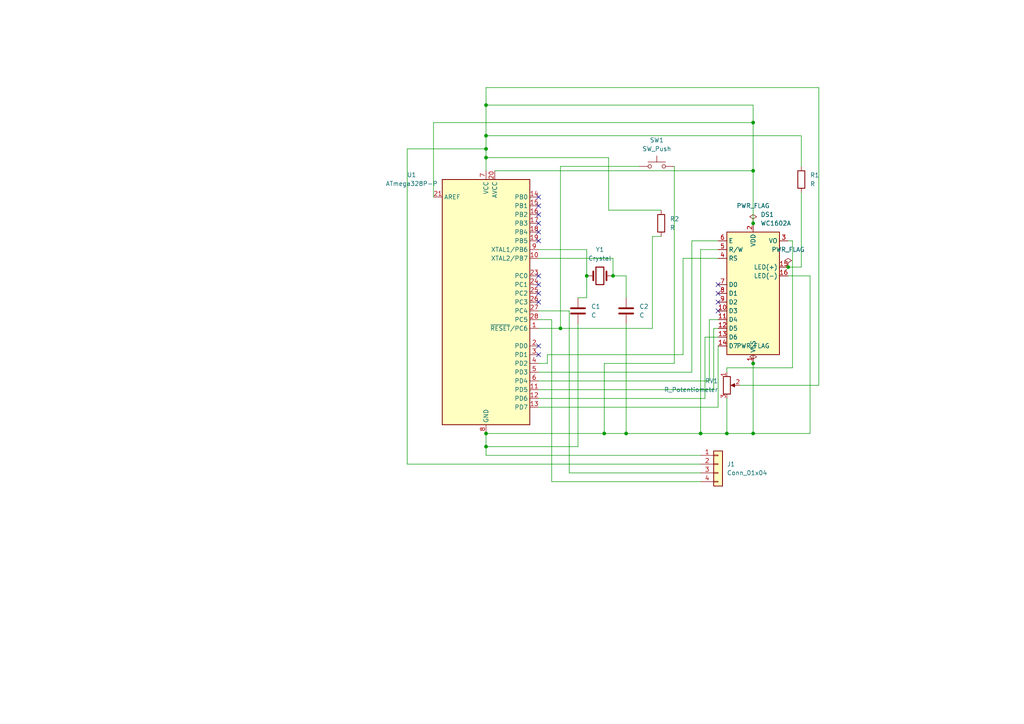
<source format=kicad_sch>
(kicad_sch (version 20250114) (generator "eeschema") (generator_version "9.0")
  (paper "A4")
  (lib_symbols
    (symbol "Connector_Generic:Conn_01x04" (pin_names (offset 1.016) (hide yes))
      (property "Reference" "J" (at 0 5.08 0))
      (property "Value" "Conn_01x04" (at 0 -7.62 0))
      (symbol "Conn_01x04_1_1"
        (rectangle (start -1.27 3.81) (end 1.27 -6.35) (stroke (width 0.254)) (fill (type background)))
        (rectangle (start -1.27 2.667) (end 0 2.413) (stroke (width 0.1524)))
        (rectangle (start -1.27 0.127) (end 0 -0.127) (stroke (width 0.1524)))
        (rectangle (start -1.27 -2.413) (end 0 -2.667) (stroke (width 0.1524)))
        (rectangle (start -1.27 -4.953) (end 0 -5.207) (stroke (width 0.1524)))
        (pin passive line (at -5.08 2.54 0) (length 3.81) (name "Pin_1") (number "1"))
        (pin passive line (at -5.08 0 0) (length 3.81) (name "Pin_2") (number "2"))
        (pin passive line (at -5.08 -2.54 0) (length 3.81) (name "Pin_3") (number "3"))
        (pin passive line (at -5.08 -5.08 0) (length 3.81) (name "Pin_4") (number "4"))
      )
    )
    (symbol "Device:C" (pin_numbers (hide yes)) (pin_names (offset 0.254))
      (property "Reference" "C" (at 0.635 2.54 0))
      (property "Value" "C" (at 0.635 -2.54 0))
      (symbol "C_0_1"
        (polyline (pts (xy -2.032 0.762) (xy 2.032 0.762)) (stroke (width 0.508)))
        (polyline (pts (xy -2.032 -0.762) (xy 2.032 -0.762)) (stroke (width 0.508)))
      )
      (symbol "C_1_1"
        (pin passive line (at 0 3.81 270) (length 2.794) (name "~") (number "1"))
        (pin passive line (at 0 -3.81 90) (length 2.794) (name "~") (number "2"))
      )
    )
    (symbol "Device:Crystal" (pin_numbers (hide yes)) (pin_names (offset 1.016) (hide yes))
      (property "Reference" "Y" (at 0 3.81 0))
      (property "Value" "Crystal" (at 0 -3.81 0))
      (symbol "Crystal_0_1"
        (polyline (pts (xy -2.54 0) (xy -1.905 0)))
        (polyline (pts (xy -1.905 -1.27) (xy -1.905 1.27)) (stroke (width 0.508)))
        (rectangle (start -1.143 2.54) (end 1.143 -2.54) (stroke (width 0.3048)))
        (polyline (pts (xy 1.905 -1.27) (xy 1.905 1.27)) (stroke (width 0.508)))
        (polyline (pts (xy 2.54 0) (xy 1.905 0)))
      )
      (symbol "Crystal_1_1"
        (pin passive line (at -3.81 0 0) (length 1.27) (name "1") (number "1"))
        (pin passive line (at 3.81 0 180) (length 1.27) (name "2") (number "2"))
      )
    )
    (symbol "Device:R" (pin_numbers (hide yes)) (pin_names (offset 0))
      (property "Reference" "R" (at 2.032 0 90))
      (property "Value" "R" (at 0 0 90))
      (symbol "R_0_1"
        (rectangle (start -1.016 -2.54) (end 1.016 2.54) (stroke (width 0.254)))
      )
      (symbol "R_1_1"
        (pin passive line (at 0 3.81 270) (length 1.27) (name "~") (number "1"))
        (pin passive line (at 0 -3.81 90) (length 1.27) (name "~") (number "2"))
      )
    )
    (symbol "Device:R_Potentiometer" (pin_names (offset 1.016) (hide yes))
      (property "Reference" "RV" (at -4.445 0 90))
      (property "Value" "R_Potentiometer" (at -2.54 0 90))
      (symbol "R_Potentiometer_0_1"
        (rectangle (start 1.016 2.54) (end -1.016 -2.54) (stroke (width 0.254)))
        (polyline (pts (xy 1.143 0) (xy 2.286 0.508) (xy 2.286 -0.508) (xy 1.143 0)) (fill (type outline)))
        (polyline (pts (xy 2.54 0) (xy 1.524 0)))
      )
      (symbol "R_Potentiometer_1_1"
        (pin passive line (at 0 3.81 270) (length 1.27) (name "1") (number "1"))
        (pin passive line (at 0 -3.81 90) (length 1.27) (name "3") (number "3"))
        (pin passive line (at 3.81 0 180) (length 1.27) (name "2") (number "2"))
      )
    )
    (symbol "Display_Character:WC1602A"
      (property "Reference" "DS" (at -5.842 19.05 0))
      (property "Value" "WC1602A" (at 5.334 19.05 0))
      (symbol "WC1602A_1_1"
        (rectangle (start -7.62 17.78) (end 7.62 -17.78) (stroke (width 0.254)) (fill (type background)))
        (pin input line (at -10.16 15.24 0) (length 2.54) (name "E") (number "6"))
        (pin input line (at -10.16 12.7 0) (length 2.54) (name "R/W") (number "5"))
        (pin input line (at -10.16 10.16 0) (length 2.54) (name "RS") (number "4"))
        (pin input line (at -10.16 2.54 0) (length 2.54) (name "D0") (number "7"))
        (pin input line (at -10.16 0 0) (length 2.54) (name "D1") (number "8"))
        (pin input line (at -10.16 -2.54 0) (length 2.54) (name "D2") (number "9"))
        (pin input line (at -10.16 -5.08 0) (length 2.54) (name "D3") (number "10"))
        (pin input line (at -10.16 -7.62 0) (length 2.54) (name "D4") (number "11"))
        (pin input line (at -10.16 -10.16 0) (length 2.54) (name "D5") (number "12"))
        (pin input line (at -10.16 -12.7 0) (length 2.54) (name "D6") (number "13"))
        (pin input line (at -10.16 -15.24 0) (length 2.54) (name "D7") (number "14"))
        (pin power_in line (at 0 20.32 270) (length 2.54) (name "VDD") (number "2"))
        (pin power_in line (at 0 -20.32 90) (length 2.54) (name "VSS") (number "1"))
        (pin input line (at 10.16 15.24 180) (length 2.54) (name "VO") (number "3"))
        (pin power_in line (at 10.16 7.62 180) (length 2.54) (name "LED(+)") (number "15"))
        (pin power_in line (at 10.16 5.08 180) (length 2.54) (name "LED(-)") (number "16"))
      )
    )
    (symbol "MCU_Microchip_ATmega:ATmega328P-P"
      (property "Reference" "U" (at -12.7 36.83 0))
      (property "Value" "ATmega328P-P" (at 2.54 -36.83 0))
      (symbol "ATmega328P-P_0_1"
        (rectangle (start -12.7 -35.56) (end 12.7 35.56) (stroke (width 0.254)) (fill (type background)))
      )
      (symbol "ATmega328P-P_1_1"
        (pin passive line (at -15.24 30.48 0) (length 2.54) (name "AREF") (number "21"))
        (pin power_in line (at 0 38.1 270) (length 2.54) (name "VCC") (number "7"))
        (pin passive line (at 0 -38.1 90) (length 2.54) (hide yes) (name "GND") (number "22"))
        (pin power_in line (at 0 -38.1 90) (length 2.54) (name "GND") (number "8"))
        (pin power_in line (at 2.54 38.1 270) (length 2.54) (name "AVCC") (number "20"))
        (pin bidirectional line (at 15.24 30.48 180) (length 2.54) (name "PB0") (number "14"))
        (pin bidirectional line (at 15.24 27.94 180) (length 2.54) (name "PB1") (number "15"))
        (pin bidirectional line (at 15.24 25.4 180) (length 2.54) (name "PB2") (number "16"))
        (pin bidirectional line (at 15.24 22.86 180) (length 2.54) (name "PB3") (number "17"))
        (pin bidirectional line (at 15.24 20.32 180) (length 2.54) (name "PB4") (number "18"))
        (pin bidirectional line (at 15.24 17.78 180) (length 2.54) (name "PB5") (number "19"))
        (pin bidirectional line (at 15.24 15.24 180) (length 2.54) (name "XTAL1/PB6") (number "9"))
        (pin bidirectional line (at 15.24 12.7 180) (length 2.54) (name "XTAL2/PB7") (number "10"))
        (pin bidirectional line (at 15.24 7.62 180) (length 2.54) (name "PC0") (number "23"))
        (pin bidirectional line (at 15.24 5.08 180) (length 2.54) (name "PC1") (number "24"))
        (pin bidirectional line (at 15.24 2.54 180) (length 2.54) (name "PC2") (number "25"))
        (pin bidirectional line (at 15.24 0 180) (length 2.54) (name "PC3") (number "26"))
        (pin bidirectional line (at 15.24 -2.54 180) (length 2.54) (name "PC4") (number "27"))
        (pin bidirectional line (at 15.24 -5.08 180) (length 2.54) (name "PC5") (number "28"))
        (pin bidirectional line (at 15.24 -7.62 180) (length 2.54) (name "~{RESET}/PC6") (number "1"))
        (pin bidirectional line (at 15.24 -12.7 180) (length 2.54) (name "PD0") (number "2"))
        (pin bidirectional line (at 15.24 -15.24 180) (length 2.54) (name "PD1") (number "3"))
        (pin bidirectional line (at 15.24 -17.78 180) (length 2.54) (name "PD2") (number "4"))
        (pin bidirectional line (at 15.24 -20.32 180) (length 2.54) (name "PD3") (number "5"))
        (pin bidirectional line (at 15.24 -22.86 180) (length 2.54) (name "PD4") (number "6"))
        (pin bidirectional line (at 15.24 -25.4 180) (length 2.54) (name "PD5") (number "11"))
        (pin bidirectional line (at 15.24 -27.94 180) (length 2.54) (name "PD6") (number "12"))
        (pin bidirectional line (at 15.24 -30.48 180) (length 2.54) (name "PD7") (number "13"))
      )
    )
    (symbol "Switch:SW_Push" (pin_numbers (hide yes)) (pin_names (offset 1.016) (hide yes))
      (property "Reference" "SW" (at 1.27 2.54 0))
      (property "Value" "SW_Push" (at 0 -1.524 0))
      (symbol "SW_Push_0_1"
        (circle (center -2.032 0) (radius 0.508))
        (polyline (pts (xy 0 1.27) (xy 0 3.048)))
        (circle (center 2.032 0) (radius 0.508))
        (polyline (pts (xy 2.54 1.27) (xy -2.54 1.27)))
        (pin passive line (at -5.08 0 0) (length 2.54) (name "1") (number "1"))
        (pin passive line (at 5.08 0 180) (length 2.54) (name "2") (number "2"))
      )
    )
    (symbol "power:PWR_FLAG" (power) (pin_numbers (hide yes)) (pin_names (offset 0) (hide yes))
      (property "Value" "PWR_FLAG" (at 0 3.81 0))
      (symbol "PWR_FLAG_0_0"
        (pin power_out line (at 0 0 90) (length 0) (name "~") (number "1"))
      )
      (symbol "PWR_FLAG_0_1"
        (polyline (pts (xy 0 0) (xy 0 1.27) (xy -1.016 1.905) (xy 0 2.54) (xy 1.016 1.905) (xy 0 1.27)))
      )
    )
  )
  (junction (at 140.97 39.37))
  (junction (at 181.61 125.73))
  (junction (at 228.6 77.47))
  (junction (at 140.97 45.72))
  (junction (at 140.97 125.73))
  (junction (at 175.26 125.73))
  (junction (at 218.44 64.77))
  (junction (at 177.8 80.01))
  (junction (at 218.44 49.53))
  (junction (at 218.44 105.41))
  (junction (at 203.2 125.73))
  (junction (at 140.97 30.48))
  (junction (at 162.56 95.25))
  (junction (at 170.18 80.01))
  (junction (at 218.44 125.73))
  (junction (at 140.97 129.54))
  (junction (at 210.82 125.73))
  (junction (at 140.97 43.18))
  (junction (at 218.44 35.56))
  (no_connect (at 156.21 67.31))
  (no_connect (at 156.21 82.55))
  (no_connect (at 156.21 100.33))
  (no_connect (at 156.21 64.77))
  (no_connect (at 156.21 87.63))
  (no_connect (at 156.21 80.01))
  (no_connect (at 208.28 87.63))
  (no_connect (at 156.21 69.85))
  (no_connect (at 208.28 85.09))
  (no_connect (at 156.21 59.69))
  (no_connect (at 208.28 90.17))
  (no_connect (at 208.28 82.55))
  (no_connect (at 156.21 62.23))
  (no_connect (at 156.21 85.09))
  (no_connect (at 156.21 57.15))
  (no_connect (at 156.21 102.87))
  (wire (pts (xy 232.41 77.47) (xy 228.6 77.47)))
  (wire (pts (xy 158.75 105.41) (xy 156.21 105.41)))
  (wire (pts (xy 200.66 69.85) (xy 200.66 107.95)))
  (wire (pts (xy 125.73 57.15) (xy 125.73 35.56)))
  (wire (pts (xy 208.28 72.39) (xy 203.2 72.39)))
  (wire (pts (xy 156.21 113.03) (xy 207.01 113.03)))
  (wire (pts (xy 208.28 74.93) (xy 198.12 74.93)))
  (wire (pts (xy 177.8 80.01) (xy 181.61 80.01)))
  (wire (pts (xy 204.47 115.57) (xy 204.47 97.79)))
  (wire (pts (xy 203.2 72.39) (xy 203.2 125.73)))
  (wire (pts (xy 156.21 95.25) (xy 162.56 95.25)))
  (wire (pts (xy 118.11 43.18) (xy 140.97 43.18)))
  (wire (pts (xy 214.63 111.76) (xy 237.49 111.76)))
  (wire (pts (xy 234.95 80.01) (xy 234.95 125.73)))
  (wire (pts (xy 205.74 110.49) (xy 205.74 92.71)))
  (wire (pts (xy 140.97 25.4) (xy 140.97 30.48)))
  (wire (pts (xy 156.21 115.57) (xy 204.47 115.57)))
  (wire (pts (xy 156.21 110.49) (xy 205.74 110.49)))
  (wire (pts (xy 228.6 80.01) (xy 234.95 80.01)))
  (wire (pts (xy 228.6 69.85) (xy 229.87 69.85)))
  (wire (pts (xy 170.18 86.36) (xy 167.64 86.36)))
  (wire (pts (xy 208.28 69.85) (xy 200.66 69.85)))
  (wire (pts (xy 176.53 60.96) (xy 191.77 60.96)))
  (wire (pts (xy 189.23 95.25) (xy 189.23 68.58)))
  (wire (pts (xy 158.75 102.87) (xy 158.75 105.41)))
  (wire (pts (xy 218.44 30.48) (xy 218.44 35.56)))
  (wire (pts (xy 204.47 97.79) (xy 208.28 97.79)))
  (wire (pts (xy 156.21 118.11) (xy 208.28 118.11)))
  (wire (pts (xy 175.26 105.41) (xy 175.26 125.73)))
  (wire (pts (xy 232.41 55.88) (xy 232.41 77.47)))
  (wire (pts (xy 160.02 92.71) (xy 160.02 139.7)))
  (wire (pts (xy 156.21 72.39) (xy 170.18 72.39)))
  (wire (pts (xy 140.97 43.18) (xy 140.97 45.72)))
  (wire (pts (xy 167.64 129.54) (xy 140.97 129.54)))
  (wire (pts (xy 210.82 115.57) (xy 210.82 125.73)))
  (wire (pts (xy 140.97 125.73) (xy 140.97 129.54)))
  (wire (pts (xy 140.97 39.37) (xy 140.97 43.18)))
  (wire (pts (xy 156.21 74.93) (xy 177.8 74.93)))
  (wire (pts (xy 229.87 69.85) (xy 229.87 106.68)))
  (wire (pts (xy 232.41 48.26) (xy 232.41 39.37)))
  (wire (pts (xy 229.87 106.68) (xy 210.82 106.68)))
  (wire (pts (xy 176.53 45.72) (xy 176.53 60.96)))
  (wire (pts (xy 181.61 80.01) (xy 181.61 86.36)))
  (wire (pts (xy 218.44 35.56) (xy 218.44 49.53)))
  (wire (pts (xy 218.44 125.73) (xy 234.95 125.73)))
  (wire (pts (xy 237.49 111.76) (xy 237.49 25.4)))
  (wire (pts (xy 140.97 45.72) (xy 140.97 49.53)))
  (wire (pts (xy 203.2 132.08) (xy 140.97 132.08)))
  (wire (pts (xy 140.97 129.54) (xy 140.97 132.08)))
  (wire (pts (xy 140.97 30.48) (xy 218.44 30.48)))
  (wire (pts (xy 207.01 113.03) (xy 207.01 95.25)))
  (wire (pts (xy 165.1 137.16) (xy 203.2 137.16)))
  (wire (pts (xy 208.28 118.11) (xy 208.28 100.33)))
  (wire (pts (xy 189.23 68.58) (xy 191.77 68.58)))
  (wire (pts (xy 198.12 74.93) (xy 198.12 102.87)))
  (wire (pts (xy 203.2 134.62) (xy 118.11 134.62)))
  (wire (pts (xy 205.74 92.71) (xy 208.28 92.71)))
  (wire (pts (xy 195.58 48.26) (xy 195.58 105.41)))
  (wire (pts (xy 181.61 125.73) (xy 203.2 125.73)))
  (wire (pts (xy 167.64 93.98) (xy 167.64 129.54)))
  (wire (pts (xy 156.21 90.17) (xy 165.1 90.17)))
  (wire (pts (xy 162.56 95.25) (xy 189.23 95.25)))
  (wire (pts (xy 181.61 93.98) (xy 181.61 125.73)))
  (wire (pts (xy 210.82 106.68) (xy 210.82 107.95)))
  (wire (pts (xy 160.02 139.7) (xy 203.2 139.7)))
  (wire (pts (xy 175.26 125.73) (xy 181.61 125.73)))
  (wire (pts (xy 140.97 125.73) (xy 175.26 125.73)))
  (wire (pts (xy 203.2 125.73) (xy 210.82 125.73)))
  (wire (pts (xy 118.11 134.62) (xy 118.11 43.18)))
  (wire (pts (xy 162.56 48.26) (xy 185.42 48.26)))
  (wire (pts (xy 218.44 105.41) (xy 218.44 125.73)))
  (wire (pts (xy 143.51 49.53) (xy 218.44 49.53)))
  (wire (pts (xy 177.8 74.93) (xy 177.8 80.01)))
  (wire (pts (xy 218.44 49.53) (xy 218.44 64.77)))
  (wire (pts (xy 195.58 105.41) (xy 175.26 105.41)))
  (wire (pts (xy 198.12 102.87) (xy 158.75 102.87)))
  (wire (pts (xy 165.1 90.17) (xy 165.1 137.16)))
  (wire (pts (xy 170.18 80.01) (xy 170.18 86.36)))
  (wire (pts (xy 125.73 35.56) (xy 218.44 35.56)))
  (wire (pts (xy 237.49 25.4) (xy 140.97 25.4)))
  (wire (pts (xy 140.97 30.48) (xy 140.97 39.37)))
  (wire (pts (xy 210.82 125.73) (xy 218.44 125.73)))
  (wire (pts (xy 232.41 39.37) (xy 140.97 39.37)))
  (wire (pts (xy 170.18 72.39) (xy 170.18 80.01)))
  (wire (pts (xy 162.56 95.25) (xy 162.56 48.26)))
  (wire (pts (xy 200.66 107.95) (xy 156.21 107.95)))
  (wire (pts (xy 140.97 45.72) (xy 176.53 45.72)))
  (wire (pts (xy 207.01 95.25) (xy 208.28 95.25)))
  (wire (pts (xy 156.21 92.71) (xy 160.02 92.71)))
  (symbol (lib_id "power:PWR_FLAG") (at 218.44 64.77 0) (unit 1)
    (property "Reference" "#FLG04" (effects (hide yes)))
    (property "Value" "PWR_FLAG" (at 218.44 59.69 0))
    (property "Description" "Special symbol for telling ERC where power comes from" (effects (hide yes)))
  )
  (symbol (lib_id "Display_Character:WC1602A") (at 218.44 85.09 0) (unit 1)
    (property "Reference" "DS1" (at 220.5833 62.23 0) (effects (justify left)))
    (property "Value" "WC1602A" (at 220.5833 64.77 0) (effects (justify left)))
    (property "Footprint" "Display:WC1602A" (effects (hide yes)))
    (property "Datasheet" "http://www.wincomlcd.com/pdf/WC1602A-SFYLYHTC06.pdf" (effects (hide yes)))
    (property "Description" "LCD 16x2 Alphanumeric , 8 bit parallel bus, 5V VDD" (effects (hide yes)))
  )
  (symbol (lib_id "power:PWR_FLAG") (at 218.44 105.41 0) (unit 1)
    (property "Reference" "#FLG02" (effects (hide yes)))
    (property "Value" "PWR_FLAG" (at 218.44 100.33 0))
    (property "Description" "Special symbol for telling ERC where power comes from" (effects (hide yes)))
  )
  (symbol (lib_id "Device:C") (at 181.61 90.17 0) (unit 1)
    (property "Reference" "C2" (at 185.42 88.8999 0) (effects (justify left)))
    (property "Value" "C" (at 185.42 91.4399 0) (effects (justify left)))
    (property "Footprint" "Capacitor_THT:C_Disc_D3.0mm_W1.6mm_P2.50mm" (effects (hide yes)))
    (property "Description" "Unpolarized capacitor" (effects (hide yes)))
  )
  (symbol (lib_id "MCU_Microchip_ATmega:ATmega328P-P") (at 140.97 87.63 0) (unit 1)
    (property "Reference" "U1" (at 119.38 50.7298 0))
    (property "Value" "ATmega328P-P" (at 119.38 53.2698 0))
    (property "Footprint" "Package_DIP:DIP-28_W7.62mm" (effects (hide yes)))
    (property "Datasheet" "http://ww1.microchip.com/downloads/en/DeviceDoc/ATmega328_P%20AVR%20MCU%20with%20picoPower%20Technology%20Data%20Sheet%2040001984A.pdf" (effects (hide yes)))
    (property "Description" "20MHz, 32kB Flash, 2kB SRAM, 1kB EEPROM, DIP-28" (effects (hide yes)))
  )
  (symbol (lib_id "Device:C") (at 167.64 90.17 0) (unit 1)
    (property "Reference" "C1" (at 171.45 88.8999 0) (effects (justify left)))
    (property "Value" "C" (at 171.45 91.4399 0) (effects (justify left)))
    (property "Footprint" "Capacitor_THT:C_Disc_D3.0mm_W1.6mm_P2.50mm" (effects (hide yes)))
    (property "Description" "Unpolarized capacitor" (effects (hide yes)))
  )
  (symbol (lib_id "Device:R") (at 232.41 52.07 0) (unit 1)
    (property "Reference" "R1" (at 234.95 50.7999 0) (effects (justify left)))
    (property "Value" "R" (at 234.95 53.3399 0) (effects (justify left)))
    (property "Footprint" "Resistor_THT:R_Axial_DIN0204_L3.6mm_D1.6mm_P7.62mm_Horizontal" (effects (hide yes)))
    (property "Description" "Resistor" (effects (hide yes)))
  )
  (symbol (lib_id "Device:R") (at 191.77 64.77 0) (unit 1)
    (property "Reference" "R2" (at 194.31 63.4999 0) (effects (justify left)))
    (property "Value" "R" (at 194.31 66.0399 0) (effects (justify left)))
    (property "Footprint" "Resistor_THT:R_Axial_DIN0204_L3.6mm_D1.6mm_P7.62mm_Horizontal" (effects (hide yes)))
    (property "Description" "Resistor" (effects (hide yes)))
  )
  (symbol (lib_id "Device:Crystal") (at 173.99 80.01 0) (unit 1)
    (property "Reference" "Y1" (at 173.99 72.39 0))
    (property "Value" "Crystal" (at 173.99 74.93 0))
    (property "Footprint" "Crystal:Crystal_HC49-U_Vertical" (effects (hide yes)))
    (property "Description" "Two pin crystal" (effects (hide yes)))
  )
  (symbol (lib_id "Device:R_Potentiometer") (at 210.82 111.76 0) (unit 1)
    (property "Reference" "RV1" (at 208.28 110.4899 0) (effects (justify right)))
    (property "Value" "R_Potentiometer" (at 208.28 113.0299 0) (effects (justify right)))
    (property "Footprint" "Potentiometer_THT:Potentiometer_Bourns_3386P_Vertical" (effects (hide yes)))
    (property "Description" "Potentiometer" (effects (hide yes)))
  )
  (symbol (lib_id "Connector_Generic:Conn_01x04") (at 208.28 134.62 0) (unit 1)
    (property "Reference" "J1" (at 210.82 134.6199 0) (effects (justify left)))
    (property "Value" "Conn_01x04" (at 210.82 137.1599 0) (effects (justify left)))
    (property "Footprint" "Connector_PinHeader_2.54mm:PinHeader_1x04_P2.54mm_Vertical" (effects (hide yes)))
    (property "Description" "Generic connector, single row, 01x04, script generated (kicad-library-utils/schlib/autogen/connector/)" (effects (hide yes)))
  )
  (symbol (lib_id "power:PWR_FLAG") (at 228.6 77.47 0) (unit 1)
    (property "Reference" "#FLG03" (effects (hide yes)))
    (property "Value" "PWR_FLAG" (at 228.6 72.39 0))
    (property "Description" "Special symbol for telling ERC where power comes from" (effects (hide yes)))
  )
  (symbol (lib_id "Switch:SW_Push") (at 190.5 48.26 0) (unit 1)
    (property "Reference" "SW1" (at 190.5 40.64 0))
    (property "Value" "SW_Push" (at 190.5 43.18 0))
    (property "Footprint" "Button_Switch_THT:SW_PUSH_6mm_H5mm" (effects (hide yes)))
    (property "Description" "Push button switch, generic, two pins" (effects (hide yes)))
  )
)
</source>
